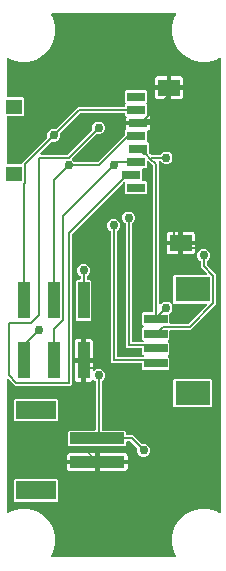
<source format=gbr>
G04 EAGLE Gerber RS-274X export*
G75*
%MOMM*%
%FSLAX34Y34*%
%LPD*%
%INBottom Copper*%
%IPPOS*%
%AMOC8*
5,1,8,0,0,1.08239X$1,22.5*%
G01*
%ADD10R,4.600000X1.000000*%
%ADD11R,3.400000X1.600000*%
%ADD12R,1.500000X0.800000*%
%ADD13R,1.900000X1.400000*%
%ADD14R,1.400000X1.300000*%
%ADD15R,1.000000X3.170000*%
%ADD16R,2.000000X0.800000*%
%ADD17R,3.000000X2.100000*%
%ADD18C,0.203200*%
%ADD19C,0.756400*%

G36*
X-87658Y-293872D02*
X-87658Y-293872D01*
X-87619Y-293874D01*
X-87518Y-293852D01*
X-87415Y-293837D01*
X-87380Y-293821D01*
X-87341Y-293813D01*
X-87250Y-293764D01*
X-87156Y-293721D01*
X-87126Y-293696D01*
X-87092Y-293677D01*
X-87018Y-293605D01*
X-86939Y-293538D01*
X-86917Y-293505D01*
X-86889Y-293478D01*
X-86839Y-293387D01*
X-86781Y-293301D01*
X-86769Y-293264D01*
X-86750Y-293230D01*
X-86727Y-293129D01*
X-86695Y-293030D01*
X-86694Y-292991D01*
X-86686Y-292953D01*
X-86691Y-292849D01*
X-86688Y-292746D01*
X-86698Y-292708D01*
X-86700Y-292669D01*
X-86727Y-292596D01*
X-86760Y-292471D01*
X-86798Y-292407D01*
X-86817Y-292354D01*
X-88353Y-289695D01*
X-90171Y-282911D01*
X-90171Y-275889D01*
X-88353Y-269105D01*
X-84842Y-263024D01*
X-79876Y-258058D01*
X-73795Y-254547D01*
X-67011Y-252729D01*
X-59989Y-252729D01*
X-53205Y-254547D01*
X-50546Y-256083D01*
X-50509Y-256097D01*
X-50477Y-256119D01*
X-50378Y-256150D01*
X-50282Y-256189D01*
X-50243Y-256193D01*
X-50206Y-256205D01*
X-50102Y-256207D01*
X-49999Y-256218D01*
X-49961Y-256211D01*
X-49922Y-256212D01*
X-49821Y-256186D01*
X-49719Y-256167D01*
X-49684Y-256150D01*
X-49647Y-256140D01*
X-49558Y-256087D01*
X-49465Y-256041D01*
X-49436Y-256015D01*
X-49402Y-255995D01*
X-49331Y-255919D01*
X-49255Y-255849D01*
X-49234Y-255816D01*
X-49208Y-255787D01*
X-49161Y-255695D01*
X-49106Y-255607D01*
X-49096Y-255569D01*
X-49078Y-255534D01*
X-49065Y-255458D01*
X-49031Y-255333D01*
X-49032Y-255258D01*
X-49023Y-255203D01*
X-49023Y128203D01*
X-49028Y128242D01*
X-49026Y128281D01*
X-49048Y128382D01*
X-49063Y128485D01*
X-49079Y128520D01*
X-49087Y128559D01*
X-49136Y128650D01*
X-49179Y128744D01*
X-49204Y128774D01*
X-49223Y128808D01*
X-49295Y128882D01*
X-49362Y128961D01*
X-49395Y128983D01*
X-49422Y129011D01*
X-49513Y129061D01*
X-49599Y129119D01*
X-49636Y129131D01*
X-49670Y129150D01*
X-49771Y129173D01*
X-49870Y129205D01*
X-49909Y129206D01*
X-49947Y129214D01*
X-50051Y129209D01*
X-50154Y129212D01*
X-50192Y129202D01*
X-50231Y129200D01*
X-50304Y129173D01*
X-50429Y129140D01*
X-50493Y129102D01*
X-50546Y129083D01*
X-53205Y127547D01*
X-59989Y125729D01*
X-67011Y125729D01*
X-73795Y127547D01*
X-79876Y131058D01*
X-84842Y136024D01*
X-88353Y142105D01*
X-90171Y148889D01*
X-90171Y155911D01*
X-88353Y162695D01*
X-86817Y165354D01*
X-86803Y165391D01*
X-86781Y165423D01*
X-86750Y165522D01*
X-86711Y165618D01*
X-86707Y165657D01*
X-86695Y165694D01*
X-86693Y165798D01*
X-86682Y165901D01*
X-86689Y165939D01*
X-86688Y165978D01*
X-86714Y166079D01*
X-86733Y166181D01*
X-86750Y166216D01*
X-86760Y166253D01*
X-86813Y166342D01*
X-86859Y166435D01*
X-86885Y166464D01*
X-86905Y166498D01*
X-86981Y166569D01*
X-87051Y166645D01*
X-87084Y166666D01*
X-87113Y166692D01*
X-87205Y166739D01*
X-87293Y166794D01*
X-87331Y166804D01*
X-87366Y166822D01*
X-87442Y166835D01*
X-87567Y166869D01*
X-87642Y166868D01*
X-87697Y166877D01*
X-191703Y166877D01*
X-191742Y166872D01*
X-191781Y166874D01*
X-191882Y166852D01*
X-191985Y166837D01*
X-192020Y166821D01*
X-192059Y166813D01*
X-192150Y166764D01*
X-192244Y166721D01*
X-192274Y166696D01*
X-192308Y166677D01*
X-192382Y166605D01*
X-192461Y166538D01*
X-192483Y166505D01*
X-192511Y166478D01*
X-192561Y166387D01*
X-192619Y166301D01*
X-192631Y166264D01*
X-192650Y166230D01*
X-192673Y166129D01*
X-192705Y166030D01*
X-192706Y165991D01*
X-192714Y165953D01*
X-192709Y165849D01*
X-192712Y165746D01*
X-192702Y165708D01*
X-192700Y165669D01*
X-192673Y165596D01*
X-192640Y165471D01*
X-192602Y165407D01*
X-192583Y165354D01*
X-191047Y162695D01*
X-189229Y155911D01*
X-189229Y148889D01*
X-191047Y142105D01*
X-194558Y136024D01*
X-199524Y131058D01*
X-205605Y127547D01*
X-212389Y125729D01*
X-219411Y125729D01*
X-226195Y127547D01*
X-228854Y129083D01*
X-228891Y129097D01*
X-228923Y129119D01*
X-229022Y129150D01*
X-229118Y129189D01*
X-229157Y129193D01*
X-229194Y129205D01*
X-229298Y129207D01*
X-229401Y129218D01*
X-229439Y129211D01*
X-229478Y129212D01*
X-229579Y129186D01*
X-229681Y129167D01*
X-229716Y129150D01*
X-229753Y129140D01*
X-229842Y129087D01*
X-229935Y129041D01*
X-229964Y129015D01*
X-229998Y128995D01*
X-230069Y128919D01*
X-230145Y128849D01*
X-230166Y128816D01*
X-230192Y128787D01*
X-230239Y128695D01*
X-230294Y128607D01*
X-230304Y128569D01*
X-230322Y128534D01*
X-230335Y128458D01*
X-230369Y128333D01*
X-230368Y128258D01*
X-230377Y128203D01*
X-230377Y96890D01*
X-230369Y96832D01*
X-230371Y96774D01*
X-230349Y96692D01*
X-230337Y96608D01*
X-230314Y96555D01*
X-230299Y96499D01*
X-230256Y96426D01*
X-230221Y96349D01*
X-230183Y96304D01*
X-230154Y96254D01*
X-230092Y96196D01*
X-230038Y96132D01*
X-229989Y96100D01*
X-229946Y96060D01*
X-229871Y96021D01*
X-229801Y95974D01*
X-229745Y95957D01*
X-229693Y95930D01*
X-229625Y95919D01*
X-229530Y95889D01*
X-229430Y95886D01*
X-229362Y95875D01*
X-216768Y95875D01*
X-215875Y94982D01*
X-215875Y80718D01*
X-216768Y79825D01*
X-229362Y79825D01*
X-229420Y79817D01*
X-229478Y79819D01*
X-229560Y79797D01*
X-229644Y79785D01*
X-229697Y79762D01*
X-229753Y79747D01*
X-229826Y79704D01*
X-229903Y79669D01*
X-229948Y79631D01*
X-229998Y79602D01*
X-230056Y79540D01*
X-230120Y79486D01*
X-230152Y79437D01*
X-230192Y79394D01*
X-230231Y79319D01*
X-230278Y79249D01*
X-230295Y79193D01*
X-230322Y79141D01*
X-230333Y79073D01*
X-230363Y78978D01*
X-230366Y78878D01*
X-230377Y78810D01*
X-230377Y39890D01*
X-230369Y39832D01*
X-230371Y39774D01*
X-230349Y39692D01*
X-230337Y39608D01*
X-230314Y39555D01*
X-230299Y39499D01*
X-230256Y39426D01*
X-230221Y39349D01*
X-230183Y39304D01*
X-230154Y39254D01*
X-230092Y39196D01*
X-230038Y39132D01*
X-229989Y39100D01*
X-229946Y39060D01*
X-229871Y39021D01*
X-229801Y38974D01*
X-229745Y38957D01*
X-229693Y38930D01*
X-229625Y38919D01*
X-229530Y38889D01*
X-229430Y38886D01*
X-229362Y38875D01*
X-218416Y38875D01*
X-218358Y38883D01*
X-218300Y38881D01*
X-218218Y38903D01*
X-218134Y38915D01*
X-218081Y38938D01*
X-218025Y38953D01*
X-217952Y38996D01*
X-217875Y39031D01*
X-217830Y39069D01*
X-217780Y39098D01*
X-217722Y39160D01*
X-217658Y39214D01*
X-217626Y39263D01*
X-217586Y39306D01*
X-217547Y39381D01*
X-217500Y39451D01*
X-217483Y39507D01*
X-217456Y39559D01*
X-217445Y39627D01*
X-217415Y39722D01*
X-217412Y39822D01*
X-217401Y39890D01*
X-217401Y40192D01*
X-196094Y61499D01*
X-196093Y61501D01*
X-196091Y61502D01*
X-196003Y61620D01*
X-195923Y61727D01*
X-195922Y61728D01*
X-195921Y61730D01*
X-195871Y61863D01*
X-195822Y61992D01*
X-195821Y61994D01*
X-195821Y61996D01*
X-195810Y62136D01*
X-195798Y62276D01*
X-195798Y62277D01*
X-195798Y62279D01*
X-195802Y62296D01*
X-195807Y62319D01*
X-195807Y64556D01*
X-194999Y66506D01*
X-193506Y67999D01*
X-191556Y68807D01*
X-189347Y68807D01*
X-189331Y68803D01*
X-189329Y68803D01*
X-189327Y68802D01*
X-189188Y68807D01*
X-189047Y68811D01*
X-189045Y68811D01*
X-189043Y68811D01*
X-188911Y68854D01*
X-188776Y68897D01*
X-188774Y68898D01*
X-188773Y68899D01*
X-188760Y68908D01*
X-188540Y69055D01*
X-188520Y69079D01*
X-188499Y69094D01*
X-170102Y87491D01*
X-130940Y87491D01*
X-130882Y87499D01*
X-130824Y87497D01*
X-130742Y87519D01*
X-130658Y87531D01*
X-130605Y87554D01*
X-130549Y87569D01*
X-130476Y87612D01*
X-130399Y87647D01*
X-130354Y87685D01*
X-130304Y87714D01*
X-130246Y87776D01*
X-130182Y87830D01*
X-130150Y87879D01*
X-130110Y87922D01*
X-130071Y87997D01*
X-130024Y88067D01*
X-130007Y88123D01*
X-129980Y88175D01*
X-129969Y88243D01*
X-129939Y88338D01*
X-129936Y88438D01*
X-129925Y88506D01*
X-129925Y89582D01*
X-129774Y89732D01*
X-129739Y89779D01*
X-129697Y89819D01*
X-129654Y89892D01*
X-129603Y89959D01*
X-129582Y90014D01*
X-129553Y90064D01*
X-129532Y90146D01*
X-129502Y90225D01*
X-129497Y90283D01*
X-129483Y90340D01*
X-129486Y90424D01*
X-129478Y90508D01*
X-129490Y90566D01*
X-129492Y90624D01*
X-129518Y90704D01*
X-129534Y90787D01*
X-129561Y90839D01*
X-129579Y90895D01*
X-129619Y90951D01*
X-129665Y91039D01*
X-129734Y91112D01*
X-129774Y91168D01*
X-129925Y91318D01*
X-129925Y100582D01*
X-129032Y101475D01*
X-112768Y101475D01*
X-111875Y100582D01*
X-111875Y91318D01*
X-112026Y91168D01*
X-112061Y91121D01*
X-112103Y91081D01*
X-112146Y91008D01*
X-112197Y90941D01*
X-112217Y90886D01*
X-112247Y90836D01*
X-112268Y90754D01*
X-112298Y90675D01*
X-112303Y90617D01*
X-112317Y90560D01*
X-112315Y90476D01*
X-112321Y90392D01*
X-112310Y90334D01*
X-112308Y90276D01*
X-112282Y90196D01*
X-112266Y90113D01*
X-112239Y90061D01*
X-112221Y90005D01*
X-112181Y89949D01*
X-112135Y89861D01*
X-112066Y89788D01*
X-112026Y89732D01*
X-111875Y89582D01*
X-111875Y81487D01*
X-111866Y81419D01*
X-111866Y81351D01*
X-111846Y81279D01*
X-111835Y81205D01*
X-111808Y81143D01*
X-111789Y81077D01*
X-111750Y81014D01*
X-111719Y80946D01*
X-111675Y80894D01*
X-111639Y80836D01*
X-111584Y80786D01*
X-111536Y80729D01*
X-111479Y80691D01*
X-111428Y80645D01*
X-111371Y80619D01*
X-111299Y80571D01*
X-111190Y80537D01*
X-111123Y80506D01*
X-110419Y80318D01*
X-109840Y79983D01*
X-109367Y79510D01*
X-109032Y78931D01*
X-108859Y78284D01*
X-108859Y75949D01*
X-117916Y75949D01*
X-117974Y75941D01*
X-118032Y75943D01*
X-118114Y75921D01*
X-118197Y75909D01*
X-118251Y75886D01*
X-118307Y75871D01*
X-118380Y75828D01*
X-118457Y75793D01*
X-118501Y75755D01*
X-118552Y75726D01*
X-118609Y75664D01*
X-118674Y75610D01*
X-118706Y75561D01*
X-118746Y75518D01*
X-118785Y75443D01*
X-118831Y75373D01*
X-118849Y75317D01*
X-118876Y75265D01*
X-118887Y75197D01*
X-118900Y75155D01*
X-118909Y75216D01*
X-118933Y75269D01*
X-118947Y75325D01*
X-118991Y75398D01*
X-119025Y75475D01*
X-119063Y75520D01*
X-119093Y75570D01*
X-119154Y75628D01*
X-119209Y75692D01*
X-119257Y75724D01*
X-119300Y75764D01*
X-119375Y75803D01*
X-119445Y75850D01*
X-119501Y75867D01*
X-119553Y75894D01*
X-119621Y75905D01*
X-119716Y75935D01*
X-119816Y75938D01*
X-119884Y75949D01*
X-128941Y75949D01*
X-128941Y78284D01*
X-128871Y78546D01*
X-128861Y78624D01*
X-128842Y78699D01*
X-128844Y78764D01*
X-128836Y78829D01*
X-128849Y78905D01*
X-128851Y78983D01*
X-128871Y79045D01*
X-128881Y79109D01*
X-128915Y79180D01*
X-128938Y79254D01*
X-128971Y79299D01*
X-129003Y79366D01*
X-129088Y79464D01*
X-129133Y79527D01*
X-129925Y80318D01*
X-129925Y81394D01*
X-129933Y81452D01*
X-129931Y81510D01*
X-129953Y81592D01*
X-129965Y81676D01*
X-129988Y81729D01*
X-130003Y81785D01*
X-130046Y81858D01*
X-130081Y81935D01*
X-130119Y81980D01*
X-130148Y82030D01*
X-130210Y82088D01*
X-130264Y82152D01*
X-130313Y82184D01*
X-130356Y82224D01*
X-130431Y82263D01*
X-130501Y82310D01*
X-130557Y82327D01*
X-130609Y82354D01*
X-130677Y82365D01*
X-130772Y82395D01*
X-130872Y82398D01*
X-130940Y82409D01*
X-167577Y82409D01*
X-167664Y82397D01*
X-167751Y82394D01*
X-167804Y82377D01*
X-167859Y82369D01*
X-167938Y82334D01*
X-168022Y82307D01*
X-168061Y82279D01*
X-168118Y82253D01*
X-168231Y82157D01*
X-168295Y82112D01*
X-184906Y65501D01*
X-184907Y65499D01*
X-184909Y65498D01*
X-184997Y65380D01*
X-185077Y65273D01*
X-185078Y65272D01*
X-185079Y65270D01*
X-185129Y65137D01*
X-185178Y65008D01*
X-185179Y65006D01*
X-185179Y65004D01*
X-185191Y64861D01*
X-185202Y64724D01*
X-185202Y64723D01*
X-185202Y64721D01*
X-185198Y64704D01*
X-185193Y64681D01*
X-185193Y62444D01*
X-186001Y60494D01*
X-187494Y59001D01*
X-189444Y58193D01*
X-191653Y58193D01*
X-191669Y58197D01*
X-191671Y58197D01*
X-191673Y58198D01*
X-191812Y58193D01*
X-191953Y58189D01*
X-191955Y58189D01*
X-191957Y58189D01*
X-192089Y58146D01*
X-192224Y58103D01*
X-192226Y58102D01*
X-192227Y58101D01*
X-192241Y58092D01*
X-192460Y57945D01*
X-192480Y57921D01*
X-192501Y57906D01*
X-201683Y48724D01*
X-201701Y48700D01*
X-201723Y48681D01*
X-201786Y48587D01*
X-201854Y48497D01*
X-201864Y48469D01*
X-201881Y48445D01*
X-201915Y48337D01*
X-201955Y48231D01*
X-201958Y48202D01*
X-201966Y48174D01*
X-201969Y48060D01*
X-201979Y47948D01*
X-201973Y47919D01*
X-201974Y47890D01*
X-201945Y47780D01*
X-201923Y47669D01*
X-201909Y47643D01*
X-201902Y47615D01*
X-201844Y47517D01*
X-201792Y47417D01*
X-201772Y47395D01*
X-201757Y47370D01*
X-201674Y47293D01*
X-201596Y47211D01*
X-201571Y47196D01*
X-201549Y47176D01*
X-201448Y47124D01*
X-201351Y47067D01*
X-201322Y47060D01*
X-201296Y47046D01*
X-201219Y47033D01*
X-201075Y46997D01*
X-201013Y46999D01*
X-200965Y46991D01*
X-179273Y46991D01*
X-179186Y47003D01*
X-179099Y47006D01*
X-179046Y47023D01*
X-178991Y47031D01*
X-178912Y47066D01*
X-178828Y47093D01*
X-178789Y47121D01*
X-178732Y47147D01*
X-178619Y47243D01*
X-178555Y47288D01*
X-157994Y67849D01*
X-157993Y67851D01*
X-157991Y67852D01*
X-157975Y67874D01*
X-157954Y67892D01*
X-157892Y67985D01*
X-157823Y68077D01*
X-157822Y68078D01*
X-157821Y68080D01*
X-157811Y68106D01*
X-157796Y68128D01*
X-157763Y68233D01*
X-157722Y68342D01*
X-157721Y68344D01*
X-157721Y68346D01*
X-157719Y68374D01*
X-157711Y68399D01*
X-157708Y68507D01*
X-157698Y68626D01*
X-157698Y68627D01*
X-157698Y68629D01*
X-157702Y68646D01*
X-157704Y68656D01*
X-157703Y68683D01*
X-157707Y68696D01*
X-157707Y70906D01*
X-156899Y72856D01*
X-155406Y74349D01*
X-153456Y75157D01*
X-151344Y75157D01*
X-149394Y74349D01*
X-147901Y72856D01*
X-147093Y70906D01*
X-147093Y68794D01*
X-147901Y66844D01*
X-149394Y65351D01*
X-151344Y64543D01*
X-153553Y64543D01*
X-153569Y64547D01*
X-153571Y64547D01*
X-153573Y64548D01*
X-153712Y64543D01*
X-153853Y64539D01*
X-153855Y64539D01*
X-153857Y64539D01*
X-153989Y64496D01*
X-154124Y64453D01*
X-154126Y64452D01*
X-154127Y64451D01*
X-154141Y64442D01*
X-154360Y64295D01*
X-154380Y64271D01*
X-154401Y64256D01*
X-174708Y43949D01*
X-174743Y43902D01*
X-174786Y43862D01*
X-174828Y43789D01*
X-174879Y43722D01*
X-174900Y43667D01*
X-174929Y43616D01*
X-174950Y43535D01*
X-174980Y43456D01*
X-174985Y43398D01*
X-174999Y43341D01*
X-174997Y43257D01*
X-175004Y43173D01*
X-174992Y43115D01*
X-174990Y43057D01*
X-174965Y42977D01*
X-174948Y42894D01*
X-174921Y42842D01*
X-174903Y42786D01*
X-174863Y42730D01*
X-174817Y42642D01*
X-174748Y42569D01*
X-174748Y42568D01*
X-174737Y42550D01*
X-174730Y42544D01*
X-174708Y42513D01*
X-173232Y41037D01*
X-173224Y41023D01*
X-173222Y41022D01*
X-173222Y41020D01*
X-173117Y40922D01*
X-173017Y40827D01*
X-173015Y40827D01*
X-173014Y40826D01*
X-172889Y40761D01*
X-172764Y40697D01*
X-172763Y40697D01*
X-172761Y40696D01*
X-172746Y40694D01*
X-172485Y40642D01*
X-172455Y40645D01*
X-172430Y40641D01*
X-153873Y40641D01*
X-153786Y40653D01*
X-153699Y40656D01*
X-153646Y40673D01*
X-153591Y40681D01*
X-153512Y40716D01*
X-153428Y40743D01*
X-153389Y40771D01*
X-153332Y40797D01*
X-153219Y40893D01*
X-153155Y40938D01*
X-130222Y63871D01*
X-130170Y63941D01*
X-130110Y64005D01*
X-130084Y64054D01*
X-130051Y64098D01*
X-130020Y64180D01*
X-129980Y64258D01*
X-129972Y64305D01*
X-129950Y64364D01*
X-129938Y64512D01*
X-129925Y64589D01*
X-129925Y67582D01*
X-129133Y68373D01*
X-129087Y68435D01*
X-129032Y68491D01*
X-129001Y68548D01*
X-128962Y68600D01*
X-128935Y68673D01*
X-128898Y68742D01*
X-128884Y68805D01*
X-128861Y68866D01*
X-128855Y68943D01*
X-128838Y69020D01*
X-128844Y69075D01*
X-128838Y69149D01*
X-128863Y69276D01*
X-128871Y69354D01*
X-128941Y69616D01*
X-128941Y71951D01*
X-119884Y71951D01*
X-119826Y71959D01*
X-119768Y71957D01*
X-119686Y71979D01*
X-119603Y71991D01*
X-119549Y72014D01*
X-119493Y72029D01*
X-119420Y72072D01*
X-119343Y72107D01*
X-119299Y72145D01*
X-119248Y72174D01*
X-119191Y72236D01*
X-119126Y72290D01*
X-119094Y72339D01*
X-119054Y72382D01*
X-119015Y72457D01*
X-118969Y72527D01*
X-118951Y72583D01*
X-118924Y72635D01*
X-118913Y72703D01*
X-118900Y72745D01*
X-118891Y72684D01*
X-118867Y72631D01*
X-118853Y72575D01*
X-118809Y72502D01*
X-118775Y72425D01*
X-118737Y72380D01*
X-118707Y72330D01*
X-118646Y72272D01*
X-118591Y72208D01*
X-118543Y72176D01*
X-118500Y72136D01*
X-118425Y72097D01*
X-118355Y72050D01*
X-118299Y72033D01*
X-118247Y72006D01*
X-118179Y71995D01*
X-118084Y71965D01*
X-117984Y71962D01*
X-117916Y71951D01*
X-108859Y71951D01*
X-108859Y69616D01*
X-109032Y68969D01*
X-109367Y68390D01*
X-109840Y67917D01*
X-110419Y67582D01*
X-111123Y67394D01*
X-111186Y67367D01*
X-111251Y67350D01*
X-111316Y67312D01*
X-111384Y67283D01*
X-111437Y67240D01*
X-111496Y67205D01*
X-111547Y67150D01*
X-111605Y67103D01*
X-111644Y67047D01*
X-111690Y66997D01*
X-111724Y66931D01*
X-111767Y66870D01*
X-111789Y66805D01*
X-111820Y66744D01*
X-111830Y66682D01*
X-111858Y66600D01*
X-111863Y66487D01*
X-111875Y66413D01*
X-111875Y58490D01*
X-111867Y58432D01*
X-111869Y58374D01*
X-111847Y58292D01*
X-111835Y58208D01*
X-111812Y58155D01*
X-111797Y58099D01*
X-111754Y58026D01*
X-111719Y57949D01*
X-111681Y57904D01*
X-111652Y57854D01*
X-111590Y57796D01*
X-111536Y57732D01*
X-111487Y57700D01*
X-111444Y57660D01*
X-111369Y57621D01*
X-111299Y57574D01*
X-111243Y57557D01*
X-111191Y57530D01*
X-111123Y57519D01*
X-111028Y57489D01*
X-110928Y57486D01*
X-110860Y57475D01*
X-110768Y57475D01*
X-109875Y56582D01*
X-109875Y49031D01*
X-109863Y48944D01*
X-109860Y48857D01*
X-109843Y48804D01*
X-109835Y48750D01*
X-109800Y48670D01*
X-109773Y48587D01*
X-109745Y48547D01*
X-109719Y48490D01*
X-109623Y48377D01*
X-109578Y48313D01*
X-108553Y47288D01*
X-108483Y47236D01*
X-108419Y47176D01*
X-108370Y47150D01*
X-108326Y47117D01*
X-108244Y47086D01*
X-108166Y47046D01*
X-108118Y47038D01*
X-108060Y47016D01*
X-107912Y47004D01*
X-107835Y46991D01*
X-100620Y46991D01*
X-100618Y46991D01*
X-100617Y46991D01*
X-100476Y47011D01*
X-100338Y47031D01*
X-100337Y47031D01*
X-100335Y47031D01*
X-100206Y47090D01*
X-100079Y47147D01*
X-100078Y47148D01*
X-100076Y47149D01*
X-99970Y47239D01*
X-99862Y47330D01*
X-99861Y47332D01*
X-99860Y47333D01*
X-99852Y47345D01*
X-99837Y47368D01*
X-98256Y48949D01*
X-96306Y49757D01*
X-94194Y49757D01*
X-92244Y48949D01*
X-90751Y47456D01*
X-89943Y45506D01*
X-89943Y43394D01*
X-90751Y41444D01*
X-92244Y39951D01*
X-94194Y39143D01*
X-96306Y39143D01*
X-98256Y39951D01*
X-99818Y41513D01*
X-99826Y41527D01*
X-99828Y41528D01*
X-99828Y41530D01*
X-99933Y41628D01*
X-100033Y41723D01*
X-100035Y41723D01*
X-100036Y41724D01*
X-100161Y41789D01*
X-100286Y41853D01*
X-100287Y41853D01*
X-100289Y41854D01*
X-100304Y41856D01*
X-100565Y41908D01*
X-100595Y41905D01*
X-100620Y41909D01*
X-100723Y41909D01*
X-100752Y41905D01*
X-100781Y41908D01*
X-100892Y41885D01*
X-101004Y41869D01*
X-101031Y41857D01*
X-101060Y41852D01*
X-101160Y41800D01*
X-101264Y41753D01*
X-101286Y41734D01*
X-101312Y41721D01*
X-101394Y41643D01*
X-101481Y41570D01*
X-101497Y41545D01*
X-101518Y41525D01*
X-101576Y41427D01*
X-101638Y41333D01*
X-101647Y41305D01*
X-101662Y41280D01*
X-101690Y41170D01*
X-101724Y41062D01*
X-101725Y41033D01*
X-101732Y41004D01*
X-101729Y40891D01*
X-101732Y40778D01*
X-101724Y40749D01*
X-101723Y40720D01*
X-101688Y40612D01*
X-101660Y40503D01*
X-101645Y40477D01*
X-101636Y40449D01*
X-101590Y40386D01*
X-101514Y40258D01*
X-101469Y40215D01*
X-101453Y40194D01*
X-101453Y-78797D01*
X-101449Y-78827D01*
X-101452Y-78856D01*
X-101429Y-78967D01*
X-101413Y-79079D01*
X-101401Y-79106D01*
X-101396Y-79134D01*
X-101343Y-79235D01*
X-101297Y-79338D01*
X-101278Y-79361D01*
X-101265Y-79387D01*
X-101187Y-79469D01*
X-101114Y-79555D01*
X-101089Y-79572D01*
X-101069Y-79593D01*
X-100971Y-79650D01*
X-100877Y-79713D01*
X-100849Y-79722D01*
X-100824Y-79737D01*
X-100714Y-79764D01*
X-100606Y-79799D01*
X-100576Y-79799D01*
X-100548Y-79807D01*
X-100435Y-79803D01*
X-100322Y-79806D01*
X-100293Y-79799D01*
X-100264Y-79798D01*
X-100156Y-79763D01*
X-100047Y-79734D01*
X-100021Y-79719D01*
X-99993Y-79710D01*
X-99929Y-79665D01*
X-99802Y-79589D01*
X-99759Y-79543D01*
X-99720Y-79515D01*
X-98256Y-78051D01*
X-96306Y-77243D01*
X-94194Y-77243D01*
X-92244Y-78051D01*
X-90751Y-79544D01*
X-89943Y-81494D01*
X-89943Y-83606D01*
X-90751Y-85556D01*
X-92172Y-86977D01*
X-92224Y-87047D01*
X-92284Y-87110D01*
X-92310Y-87160D01*
X-92343Y-87204D01*
X-92374Y-87286D01*
X-92414Y-87364D01*
X-92422Y-87411D01*
X-92444Y-87470D01*
X-92456Y-87617D01*
X-92469Y-87695D01*
X-92469Y-94978D01*
X-92461Y-95036D01*
X-92463Y-95094D01*
X-92441Y-95176D01*
X-92429Y-95260D01*
X-92406Y-95313D01*
X-92391Y-95369D01*
X-92348Y-95442D01*
X-92313Y-95519D01*
X-92275Y-95564D01*
X-92246Y-95614D01*
X-92184Y-95672D01*
X-92130Y-95736D01*
X-92081Y-95768D01*
X-92038Y-95808D01*
X-91963Y-95847D01*
X-91893Y-95894D01*
X-91837Y-95911D01*
X-91785Y-95938D01*
X-91717Y-95949D01*
X-91622Y-95979D01*
X-91522Y-95982D01*
X-91454Y-95993D01*
X-76665Y-95993D01*
X-76578Y-95981D01*
X-76491Y-95978D01*
X-76438Y-95961D01*
X-76383Y-95953D01*
X-76304Y-95918D01*
X-76220Y-95891D01*
X-76181Y-95863D01*
X-76124Y-95837D01*
X-76011Y-95741D01*
X-75947Y-95696D01*
X-61003Y-80752D01*
X-60985Y-80728D01*
X-60963Y-80709D01*
X-60900Y-80615D01*
X-60832Y-80525D01*
X-60822Y-80497D01*
X-60805Y-80473D01*
X-60771Y-80365D01*
X-60731Y-80259D01*
X-60728Y-80230D01*
X-60719Y-80202D01*
X-60717Y-80088D01*
X-60707Y-79976D01*
X-60713Y-79947D01*
X-60712Y-79918D01*
X-60741Y-79808D01*
X-60763Y-79697D01*
X-60777Y-79671D01*
X-60784Y-79643D01*
X-60842Y-79545D01*
X-60894Y-79445D01*
X-60914Y-79423D01*
X-60929Y-79398D01*
X-61012Y-79321D01*
X-61090Y-79239D01*
X-61115Y-79224D01*
X-61137Y-79204D01*
X-61237Y-79152D01*
X-61335Y-79095D01*
X-61364Y-79088D01*
X-61390Y-79074D01*
X-61467Y-79061D01*
X-61611Y-79025D01*
X-61673Y-79027D01*
X-61721Y-79019D01*
X-88376Y-79019D01*
X-89269Y-78126D01*
X-89269Y-55862D01*
X-88376Y-54969D01*
X-61721Y-54969D01*
X-61692Y-54965D01*
X-61662Y-54968D01*
X-61551Y-54945D01*
X-61439Y-54929D01*
X-61413Y-54917D01*
X-61384Y-54912D01*
X-61283Y-54860D01*
X-61180Y-54813D01*
X-61157Y-54794D01*
X-61131Y-54781D01*
X-61049Y-54703D01*
X-60963Y-54630D01*
X-60947Y-54605D01*
X-60925Y-54585D01*
X-60868Y-54487D01*
X-60805Y-54393D01*
X-60796Y-54365D01*
X-60782Y-54340D01*
X-60754Y-54230D01*
X-60719Y-54122D01*
X-60719Y-54092D01*
X-60712Y-54064D01*
X-60715Y-53951D01*
X-60712Y-53838D01*
X-60720Y-53809D01*
X-60721Y-53780D01*
X-60755Y-53672D01*
X-60784Y-53563D01*
X-60799Y-53537D01*
X-60808Y-53509D01*
X-60854Y-53446D01*
X-60929Y-53318D01*
X-60975Y-53275D01*
X-61003Y-53236D01*
X-66041Y-48198D01*
X-66041Y-43470D01*
X-66041Y-43468D01*
X-66041Y-43467D01*
X-66061Y-43326D01*
X-66081Y-43188D01*
X-66081Y-43187D01*
X-66081Y-43185D01*
X-66140Y-43056D01*
X-66197Y-42929D01*
X-66198Y-42928D01*
X-66199Y-42926D01*
X-66289Y-42820D01*
X-66380Y-42712D01*
X-66382Y-42711D01*
X-66383Y-42710D01*
X-66395Y-42702D01*
X-66418Y-42687D01*
X-67999Y-41106D01*
X-68807Y-39156D01*
X-68807Y-37044D01*
X-67999Y-35094D01*
X-66506Y-33601D01*
X-64556Y-32793D01*
X-62444Y-32793D01*
X-60494Y-33601D01*
X-59001Y-35094D01*
X-58193Y-37044D01*
X-58193Y-39156D01*
X-59001Y-41106D01*
X-60563Y-42668D01*
X-60577Y-42676D01*
X-60578Y-42678D01*
X-60580Y-42678D01*
X-60678Y-42783D01*
X-60773Y-42883D01*
X-60773Y-42885D01*
X-60774Y-42886D01*
X-60839Y-43011D01*
X-60903Y-43136D01*
X-60903Y-43137D01*
X-60904Y-43139D01*
X-60906Y-43154D01*
X-60958Y-43415D01*
X-60955Y-43445D01*
X-60959Y-43470D01*
X-60959Y-45673D01*
X-60947Y-45760D01*
X-60944Y-45847D01*
X-60927Y-45900D01*
X-60919Y-45954D01*
X-60884Y-46034D01*
X-60857Y-46117D01*
X-60829Y-46157D01*
X-60803Y-46214D01*
X-60707Y-46327D01*
X-60662Y-46391D01*
X-52663Y-54389D01*
X-52663Y-79599D01*
X-74139Y-101075D01*
X-91454Y-101075D01*
X-91512Y-101083D01*
X-91570Y-101081D01*
X-91652Y-101103D01*
X-91736Y-101115D01*
X-91789Y-101138D01*
X-91845Y-101153D01*
X-91918Y-101196D01*
X-91995Y-101231D01*
X-92040Y-101269D01*
X-92090Y-101298D01*
X-92148Y-101360D01*
X-92212Y-101414D01*
X-92244Y-101463D01*
X-92284Y-101506D01*
X-92323Y-101581D01*
X-92370Y-101651D01*
X-92387Y-101707D01*
X-92414Y-101759D01*
X-92425Y-101827D01*
X-92455Y-101922D01*
X-92458Y-102022D01*
X-92469Y-102090D01*
X-92469Y-109126D01*
X-93370Y-110026D01*
X-93405Y-110073D01*
X-93447Y-110113D01*
X-93490Y-110186D01*
X-93541Y-110253D01*
X-93562Y-110308D01*
X-93591Y-110358D01*
X-93612Y-110440D01*
X-93642Y-110519D01*
X-93647Y-110577D01*
X-93661Y-110634D01*
X-93658Y-110718D01*
X-93665Y-110802D01*
X-93654Y-110860D01*
X-93652Y-110918D01*
X-93626Y-110998D01*
X-93610Y-111081D01*
X-93583Y-111133D01*
X-93565Y-111189D01*
X-93525Y-111245D01*
X-93479Y-111333D01*
X-93410Y-111406D01*
X-93370Y-111462D01*
X-92469Y-112362D01*
X-92469Y-121626D01*
X-93370Y-122526D01*
X-93405Y-122573D01*
X-93447Y-122613D01*
X-93490Y-122686D01*
X-93541Y-122753D01*
X-93562Y-122808D01*
X-93591Y-122858D01*
X-93612Y-122940D01*
X-93642Y-123019D01*
X-93647Y-123077D01*
X-93661Y-123134D01*
X-93658Y-123218D01*
X-93665Y-123302D01*
X-93654Y-123360D01*
X-93652Y-123418D01*
X-93626Y-123498D01*
X-93610Y-123581D01*
X-93583Y-123633D01*
X-93565Y-123689D01*
X-93525Y-123745D01*
X-93479Y-123833D01*
X-93410Y-123906D01*
X-93370Y-123962D01*
X-92469Y-124862D01*
X-92469Y-134126D01*
X-93362Y-135019D01*
X-114626Y-135019D01*
X-115519Y-134126D01*
X-115519Y-130556D01*
X-115527Y-130498D01*
X-115525Y-130440D01*
X-115547Y-130358D01*
X-115559Y-130274D01*
X-115582Y-130221D01*
X-115597Y-130165D01*
X-115640Y-130092D01*
X-115675Y-130015D01*
X-115713Y-129970D01*
X-115742Y-129920D01*
X-115804Y-129862D01*
X-115858Y-129798D01*
X-115907Y-129766D01*
X-115950Y-129726D01*
X-116025Y-129687D01*
X-116095Y-129640D01*
X-116151Y-129623D01*
X-116203Y-129596D01*
X-116271Y-129585D01*
X-116366Y-129555D01*
X-116466Y-129552D01*
X-116534Y-129541D01*
X-140752Y-129541D01*
X-142241Y-128052D01*
X-142241Y-18070D01*
X-142241Y-18068D01*
X-142241Y-18067D01*
X-142261Y-17926D01*
X-142281Y-17788D01*
X-142281Y-17787D01*
X-142281Y-17785D01*
X-142340Y-17656D01*
X-142397Y-17529D01*
X-142398Y-17528D01*
X-142399Y-17526D01*
X-142489Y-17420D01*
X-142580Y-17312D01*
X-142582Y-17311D01*
X-142583Y-17310D01*
X-142595Y-17302D01*
X-142618Y-17287D01*
X-144199Y-15706D01*
X-145007Y-13756D01*
X-145007Y-11644D01*
X-144199Y-9694D01*
X-142706Y-8201D01*
X-140756Y-7393D01*
X-138644Y-7393D01*
X-136694Y-8201D01*
X-135201Y-9694D01*
X-134393Y-11644D01*
X-134393Y-13756D01*
X-135201Y-15706D01*
X-136763Y-17268D01*
X-136777Y-17276D01*
X-136778Y-17278D01*
X-136780Y-17278D01*
X-136878Y-17383D01*
X-136973Y-17483D01*
X-136973Y-17485D01*
X-136974Y-17486D01*
X-137039Y-17613D01*
X-137103Y-17736D01*
X-137103Y-17737D01*
X-137104Y-17739D01*
X-137106Y-17754D01*
X-137158Y-18015D01*
X-137155Y-18045D01*
X-137159Y-18070D01*
X-137159Y-123444D01*
X-137151Y-123502D01*
X-137153Y-123560D01*
X-137131Y-123642D01*
X-137119Y-123726D01*
X-137096Y-123779D01*
X-137081Y-123835D01*
X-137038Y-123908D01*
X-137003Y-123985D01*
X-136965Y-124030D01*
X-136936Y-124080D01*
X-136874Y-124138D01*
X-136820Y-124202D01*
X-136771Y-124234D01*
X-136728Y-124274D01*
X-136653Y-124313D01*
X-136583Y-124360D01*
X-136527Y-124377D01*
X-136475Y-124404D01*
X-136407Y-124415D01*
X-136312Y-124445D01*
X-136212Y-124448D01*
X-136144Y-124459D01*
X-115536Y-124459D01*
X-115449Y-124447D01*
X-115362Y-124444D01*
X-115309Y-124427D01*
X-115255Y-124419D01*
X-115175Y-124384D01*
X-115092Y-124357D01*
X-115052Y-124329D01*
X-114995Y-124303D01*
X-114882Y-124207D01*
X-114818Y-124162D01*
X-114618Y-123962D01*
X-114583Y-123915D01*
X-114541Y-123875D01*
X-114498Y-123802D01*
X-114447Y-123735D01*
X-114426Y-123680D01*
X-114397Y-123630D01*
X-114376Y-123548D01*
X-114346Y-123469D01*
X-114341Y-123411D01*
X-114327Y-123354D01*
X-114330Y-123270D01*
X-114323Y-123186D01*
X-114334Y-123128D01*
X-114336Y-123070D01*
X-114362Y-122990D01*
X-114378Y-122907D01*
X-114405Y-122855D01*
X-114423Y-122799D01*
X-114463Y-122743D01*
X-114509Y-122655D01*
X-114578Y-122582D01*
X-114618Y-122526D01*
X-115519Y-121626D01*
X-115519Y-117856D01*
X-115527Y-117798D01*
X-115525Y-117740D01*
X-115547Y-117658D01*
X-115559Y-117574D01*
X-115582Y-117521D01*
X-115597Y-117465D01*
X-115640Y-117392D01*
X-115675Y-117315D01*
X-115713Y-117270D01*
X-115742Y-117220D01*
X-115804Y-117162D01*
X-115858Y-117098D01*
X-115907Y-117066D01*
X-115950Y-117026D01*
X-116025Y-116987D01*
X-116095Y-116940D01*
X-116151Y-116923D01*
X-116203Y-116896D01*
X-116271Y-116885D01*
X-116366Y-116855D01*
X-116466Y-116852D01*
X-116534Y-116841D01*
X-128052Y-116841D01*
X-129541Y-115352D01*
X-129541Y-11720D01*
X-129541Y-11718D01*
X-129541Y-11717D01*
X-129561Y-11576D01*
X-129581Y-11438D01*
X-129581Y-11437D01*
X-129581Y-11435D01*
X-129640Y-11306D01*
X-129697Y-11179D01*
X-129698Y-11178D01*
X-129699Y-11176D01*
X-129789Y-11070D01*
X-129880Y-10962D01*
X-129882Y-10961D01*
X-129883Y-10960D01*
X-129895Y-10952D01*
X-129918Y-10937D01*
X-131499Y-9356D01*
X-132307Y-7406D01*
X-132307Y-5294D01*
X-131499Y-3344D01*
X-130006Y-1851D01*
X-128056Y-1043D01*
X-125944Y-1043D01*
X-123994Y-1851D01*
X-122501Y-3344D01*
X-121693Y-5294D01*
X-121693Y-7406D01*
X-122501Y-9356D01*
X-124063Y-10918D01*
X-124077Y-10926D01*
X-124078Y-10928D01*
X-124080Y-10928D01*
X-124178Y-11033D01*
X-124273Y-11133D01*
X-124273Y-11135D01*
X-124274Y-11136D01*
X-124339Y-11261D01*
X-124403Y-11386D01*
X-124403Y-11387D01*
X-124404Y-11389D01*
X-124406Y-11404D01*
X-124458Y-11665D01*
X-124455Y-11695D01*
X-124459Y-11720D01*
X-124459Y-110744D01*
X-124451Y-110802D01*
X-124453Y-110860D01*
X-124431Y-110942D01*
X-124419Y-111026D01*
X-124396Y-111079D01*
X-124381Y-111135D01*
X-124338Y-111208D01*
X-124303Y-111285D01*
X-124265Y-111330D01*
X-124236Y-111380D01*
X-124174Y-111438D01*
X-124120Y-111502D01*
X-124071Y-111534D01*
X-124028Y-111574D01*
X-123953Y-111613D01*
X-123883Y-111660D01*
X-123827Y-111677D01*
X-123775Y-111704D01*
X-123707Y-111715D01*
X-123612Y-111745D01*
X-123512Y-111748D01*
X-123444Y-111759D01*
X-115336Y-111759D01*
X-115307Y-111755D01*
X-115278Y-111758D01*
X-115249Y-111752D01*
X-115220Y-111753D01*
X-115138Y-111731D01*
X-115055Y-111719D01*
X-115028Y-111707D01*
X-114999Y-111702D01*
X-114973Y-111688D01*
X-114945Y-111681D01*
X-114872Y-111638D01*
X-114795Y-111603D01*
X-114773Y-111584D01*
X-114747Y-111571D01*
X-114726Y-111551D01*
X-114700Y-111536D01*
X-114643Y-111474D01*
X-114578Y-111420D01*
X-114562Y-111395D01*
X-114541Y-111375D01*
X-114526Y-111350D01*
X-114506Y-111328D01*
X-114467Y-111253D01*
X-114421Y-111183D01*
X-114412Y-111155D01*
X-114397Y-111130D01*
X-114390Y-111101D01*
X-114376Y-111075D01*
X-114365Y-111007D01*
X-114335Y-110912D01*
X-114334Y-110882D01*
X-114327Y-110854D01*
X-114329Y-110792D01*
X-114321Y-110744D01*
X-114329Y-110686D01*
X-114328Y-110628D01*
X-114335Y-110599D01*
X-114336Y-110570D01*
X-114353Y-110517D01*
X-114361Y-110462D01*
X-114385Y-110409D01*
X-114399Y-110353D01*
X-114414Y-110328D01*
X-114423Y-110299D01*
X-114451Y-110260D01*
X-114477Y-110203D01*
X-114515Y-110158D01*
X-114545Y-110108D01*
X-114590Y-110065D01*
X-114618Y-110026D01*
X-115519Y-109126D01*
X-115519Y-99862D01*
X-114618Y-98962D01*
X-114583Y-98915D01*
X-114541Y-98875D01*
X-114498Y-98802D01*
X-114447Y-98735D01*
X-114426Y-98680D01*
X-114397Y-98630D01*
X-114376Y-98548D01*
X-114346Y-98469D01*
X-114341Y-98411D01*
X-114327Y-98354D01*
X-114330Y-98270D01*
X-114323Y-98186D01*
X-114334Y-98128D01*
X-114336Y-98070D01*
X-114362Y-97990D01*
X-114378Y-97907D01*
X-114405Y-97855D01*
X-114423Y-97799D01*
X-114463Y-97743D01*
X-114509Y-97655D01*
X-114578Y-97582D01*
X-114618Y-97526D01*
X-115519Y-96626D01*
X-115519Y-87362D01*
X-114626Y-86469D01*
X-107550Y-86469D01*
X-107492Y-86461D01*
X-107434Y-86463D01*
X-107352Y-86441D01*
X-107268Y-86429D01*
X-107215Y-86406D01*
X-107159Y-86391D01*
X-107086Y-86348D01*
X-107009Y-86313D01*
X-106964Y-86275D01*
X-106914Y-86246D01*
X-106856Y-86184D01*
X-106792Y-86130D01*
X-106760Y-86081D01*
X-106720Y-86038D01*
X-106681Y-85963D01*
X-106634Y-85893D01*
X-106617Y-85837D01*
X-106590Y-85785D01*
X-106579Y-85717D01*
X-106549Y-85622D01*
X-106546Y-85522D01*
X-106535Y-85454D01*
X-106535Y37663D01*
X-106547Y37750D01*
X-106550Y37837D01*
X-106567Y37890D01*
X-106575Y37945D01*
X-106610Y38024D01*
X-106637Y38108D01*
X-106665Y38147D01*
X-106691Y38204D01*
X-106787Y38317D01*
X-106832Y38381D01*
X-110142Y41691D01*
X-110166Y41709D01*
X-110185Y41731D01*
X-110279Y41794D01*
X-110369Y41862D01*
X-110397Y41872D01*
X-110421Y41889D01*
X-110529Y41923D01*
X-110635Y41963D01*
X-110664Y41966D01*
X-110692Y41975D01*
X-110806Y41977D01*
X-110918Y41987D01*
X-110947Y41981D01*
X-110976Y41982D01*
X-111086Y41953D01*
X-111197Y41931D01*
X-111223Y41917D01*
X-111251Y41910D01*
X-111349Y41852D01*
X-111449Y41800D01*
X-111471Y41780D01*
X-111496Y41765D01*
X-111573Y41682D01*
X-111655Y41604D01*
X-111670Y41579D01*
X-111690Y41557D01*
X-111742Y41457D01*
X-111799Y41359D01*
X-111806Y41330D01*
X-111820Y41304D01*
X-111833Y41227D01*
X-111869Y41083D01*
X-111867Y41021D01*
X-111875Y40973D01*
X-111875Y36318D01*
X-112768Y35425D01*
X-114860Y35425D01*
X-114918Y35417D01*
X-114976Y35419D01*
X-115058Y35397D01*
X-115142Y35385D01*
X-115195Y35362D01*
X-115251Y35347D01*
X-115324Y35304D01*
X-115401Y35269D01*
X-115446Y35231D01*
X-115496Y35202D01*
X-115554Y35140D01*
X-115618Y35086D01*
X-115650Y35037D01*
X-115690Y34994D01*
X-115729Y34919D01*
X-115776Y34849D01*
X-115793Y34793D01*
X-115820Y34741D01*
X-115831Y34673D01*
X-115861Y34578D01*
X-115864Y34478D01*
X-115875Y34410D01*
X-115875Y25490D01*
X-115867Y25432D01*
X-115869Y25374D01*
X-115847Y25292D01*
X-115835Y25208D01*
X-115812Y25155D01*
X-115797Y25099D01*
X-115754Y25026D01*
X-115719Y24949D01*
X-115681Y24904D01*
X-115652Y24854D01*
X-115590Y24796D01*
X-115536Y24732D01*
X-115487Y24700D01*
X-115444Y24660D01*
X-115369Y24621D01*
X-115299Y24574D01*
X-115243Y24557D01*
X-115191Y24530D01*
X-115123Y24519D01*
X-115028Y24489D01*
X-114928Y24486D01*
X-114860Y24475D01*
X-112768Y24475D01*
X-111875Y23582D01*
X-111875Y14318D01*
X-112768Y13425D01*
X-129032Y13425D01*
X-129925Y14318D01*
X-129925Y22781D01*
X-129929Y22810D01*
X-129926Y22839D01*
X-129949Y22950D01*
X-129965Y23063D01*
X-129977Y23089D01*
X-129982Y23118D01*
X-130034Y23219D01*
X-130081Y23322D01*
X-130100Y23344D01*
X-130113Y23370D01*
X-130191Y23453D01*
X-130264Y23539D01*
X-130289Y23555D01*
X-130309Y23577D01*
X-130407Y23634D01*
X-130501Y23697D01*
X-130529Y23705D01*
X-130554Y23720D01*
X-130664Y23748D01*
X-130772Y23782D01*
X-130802Y23783D01*
X-130830Y23790D01*
X-130943Y23787D01*
X-131056Y23790D01*
X-131085Y23782D01*
X-131114Y23781D01*
X-131222Y23746D01*
X-131331Y23718D01*
X-131357Y23703D01*
X-131385Y23694D01*
X-131448Y23648D01*
X-131576Y23573D01*
X-131619Y23527D01*
X-131658Y23499D01*
X-174962Y-19805D01*
X-175014Y-19875D01*
X-175074Y-19939D01*
X-175100Y-19988D01*
X-175133Y-20032D01*
X-175164Y-20114D01*
X-175204Y-20192D01*
X-175212Y-20239D01*
X-175234Y-20298D01*
X-175246Y-20446D01*
X-175259Y-20523D01*
X-175259Y-147102D01*
X-176748Y-148591D01*
X-223302Y-148591D01*
X-228644Y-143249D01*
X-228668Y-143231D01*
X-228687Y-143209D01*
X-228781Y-143146D01*
X-228871Y-143078D01*
X-228899Y-143068D01*
X-228923Y-143051D01*
X-229031Y-143017D01*
X-229137Y-142977D01*
X-229166Y-142974D01*
X-229194Y-142966D01*
X-229308Y-142963D01*
X-229420Y-142953D01*
X-229449Y-142959D01*
X-229478Y-142958D01*
X-229588Y-142987D01*
X-229699Y-143009D01*
X-229725Y-143023D01*
X-229753Y-143030D01*
X-229851Y-143088D01*
X-229951Y-143140D01*
X-229973Y-143160D01*
X-229998Y-143175D01*
X-230075Y-143258D01*
X-230157Y-143336D01*
X-230172Y-143361D01*
X-230192Y-143383D01*
X-230244Y-143484D01*
X-230301Y-143581D01*
X-230308Y-143610D01*
X-230322Y-143636D01*
X-230335Y-143713D01*
X-230371Y-143857D01*
X-230369Y-143919D01*
X-230377Y-143967D01*
X-230377Y-255203D01*
X-230372Y-255242D01*
X-230374Y-255281D01*
X-230352Y-255382D01*
X-230337Y-255485D01*
X-230321Y-255520D01*
X-230313Y-255559D01*
X-230264Y-255650D01*
X-230221Y-255744D01*
X-230196Y-255774D01*
X-230177Y-255808D01*
X-230105Y-255882D01*
X-230038Y-255961D01*
X-230005Y-255983D01*
X-229978Y-256011D01*
X-229887Y-256061D01*
X-229801Y-256119D01*
X-229764Y-256131D01*
X-229730Y-256150D01*
X-229629Y-256173D01*
X-229530Y-256205D01*
X-229491Y-256206D01*
X-229453Y-256214D01*
X-229349Y-256209D01*
X-229246Y-256212D01*
X-229208Y-256202D01*
X-229169Y-256200D01*
X-229096Y-256173D01*
X-228971Y-256140D01*
X-228907Y-256102D01*
X-228854Y-256083D01*
X-226195Y-254547D01*
X-219411Y-252729D01*
X-212389Y-252729D01*
X-205605Y-254547D01*
X-199524Y-258058D01*
X-194558Y-263024D01*
X-191047Y-269105D01*
X-189229Y-275889D01*
X-189229Y-282911D01*
X-191047Y-289695D01*
X-192583Y-292354D01*
X-192597Y-292391D01*
X-192619Y-292423D01*
X-192650Y-292522D01*
X-192689Y-292618D01*
X-192693Y-292657D01*
X-192705Y-292694D01*
X-192707Y-292798D01*
X-192718Y-292901D01*
X-192711Y-292939D01*
X-192712Y-292978D01*
X-192686Y-293079D01*
X-192667Y-293181D01*
X-192650Y-293216D01*
X-192640Y-293253D01*
X-192587Y-293342D01*
X-192541Y-293435D01*
X-192515Y-293464D01*
X-192495Y-293498D01*
X-192419Y-293569D01*
X-192349Y-293645D01*
X-192316Y-293666D01*
X-192287Y-293692D01*
X-192195Y-293739D01*
X-192107Y-293794D01*
X-192069Y-293804D01*
X-192034Y-293822D01*
X-191958Y-293835D01*
X-191833Y-293869D01*
X-191758Y-293868D01*
X-191703Y-293877D01*
X-87697Y-293877D01*
X-87658Y-293872D01*
G37*
%LPC*%
G36*
X-115356Y-208507D02*
X-115356Y-208507D01*
X-117306Y-207699D01*
X-118799Y-206206D01*
X-119607Y-204256D01*
X-119607Y-202047D01*
X-119603Y-202031D01*
X-119603Y-202029D01*
X-119602Y-202027D01*
X-119607Y-201888D01*
X-119611Y-201747D01*
X-119611Y-201745D01*
X-119611Y-201743D01*
X-119654Y-201611D01*
X-119697Y-201476D01*
X-119698Y-201474D01*
X-119699Y-201473D01*
X-119708Y-201460D01*
X-119855Y-201240D01*
X-119879Y-201220D01*
X-119894Y-201199D01*
X-125055Y-196038D01*
X-125125Y-195986D01*
X-125189Y-195926D01*
X-125238Y-195900D01*
X-125282Y-195867D01*
X-125364Y-195836D01*
X-125442Y-195796D01*
X-125489Y-195788D01*
X-125548Y-195766D01*
X-125696Y-195754D01*
X-125773Y-195741D01*
X-127960Y-195741D01*
X-128018Y-195749D01*
X-128076Y-195747D01*
X-128158Y-195769D01*
X-128242Y-195781D01*
X-128295Y-195804D01*
X-128351Y-195819D01*
X-128424Y-195862D01*
X-128501Y-195897D01*
X-128546Y-195935D01*
X-128596Y-195964D01*
X-128654Y-196026D01*
X-128718Y-196080D01*
X-128750Y-196129D01*
X-128790Y-196172D01*
X-128829Y-196247D01*
X-128876Y-196317D01*
X-128893Y-196373D01*
X-128920Y-196425D01*
X-128931Y-196493D01*
X-128961Y-196588D01*
X-128964Y-196688D01*
X-128975Y-196756D01*
X-128975Y-198832D01*
X-129868Y-199725D01*
X-177132Y-199725D01*
X-178025Y-198832D01*
X-178025Y-187568D01*
X-177132Y-186675D01*
X-155956Y-186675D01*
X-155898Y-186667D01*
X-155840Y-186669D01*
X-155758Y-186647D01*
X-155674Y-186635D01*
X-155621Y-186612D01*
X-155565Y-186597D01*
X-155492Y-186554D01*
X-155415Y-186519D01*
X-155370Y-186481D01*
X-155320Y-186452D01*
X-155262Y-186390D01*
X-155198Y-186336D01*
X-155166Y-186287D01*
X-155126Y-186244D01*
X-155087Y-186169D01*
X-155040Y-186099D01*
X-155023Y-186043D01*
X-154996Y-185991D01*
X-154985Y-185923D01*
X-154955Y-185828D01*
X-154952Y-185728D01*
X-154941Y-185660D01*
X-154941Y-145070D01*
X-154941Y-145068D01*
X-154941Y-145067D01*
X-154961Y-144926D01*
X-154981Y-144788D01*
X-154981Y-144787D01*
X-154981Y-144785D01*
X-155040Y-144656D01*
X-155097Y-144529D01*
X-155098Y-144528D01*
X-155099Y-144526D01*
X-155189Y-144420D01*
X-155280Y-144312D01*
X-155282Y-144311D01*
X-155283Y-144310D01*
X-155295Y-144302D01*
X-155317Y-144287D01*
X-156080Y-143525D01*
X-156119Y-143495D01*
X-156152Y-143459D01*
X-156232Y-143410D01*
X-156307Y-143354D01*
X-156353Y-143337D01*
X-156394Y-143311D01*
X-156485Y-143286D01*
X-156573Y-143253D01*
X-156622Y-143249D01*
X-156669Y-143236D01*
X-156763Y-143237D01*
X-156856Y-143229D01*
X-156904Y-143239D01*
X-156953Y-143239D01*
X-157043Y-143266D01*
X-157135Y-143285D01*
X-157178Y-143307D01*
X-157225Y-143322D01*
X-157304Y-143373D01*
X-157387Y-143416D01*
X-157423Y-143450D01*
X-157464Y-143476D01*
X-157511Y-143533D01*
X-157593Y-143612D01*
X-157637Y-143687D01*
X-157677Y-143735D01*
X-158067Y-144410D01*
X-158540Y-144883D01*
X-159119Y-145218D01*
X-159766Y-145391D01*
X-163069Y-145391D01*
X-163069Y-129031D01*
X-157559Y-129031D01*
X-157559Y-134903D01*
X-157555Y-134933D01*
X-157558Y-134962D01*
X-157535Y-135073D01*
X-157519Y-135185D01*
X-157507Y-135212D01*
X-157502Y-135240D01*
X-157449Y-135341D01*
X-157403Y-135444D01*
X-157384Y-135467D01*
X-157371Y-135493D01*
X-157293Y-135575D01*
X-157220Y-135661D01*
X-157195Y-135678D01*
X-157175Y-135699D01*
X-157077Y-135756D01*
X-156983Y-135819D01*
X-156955Y-135828D01*
X-156930Y-135843D01*
X-156820Y-135870D01*
X-156712Y-135905D01*
X-156682Y-135905D01*
X-156654Y-135913D01*
X-156541Y-135909D01*
X-156428Y-135912D01*
X-156399Y-135905D01*
X-156370Y-135904D01*
X-156262Y-135869D01*
X-156153Y-135840D01*
X-156127Y-135825D01*
X-156099Y-135816D01*
X-156035Y-135771D01*
X-155908Y-135695D01*
X-155865Y-135649D01*
X-155826Y-135621D01*
X-155406Y-135201D01*
X-153456Y-134393D01*
X-151344Y-134393D01*
X-149394Y-135201D01*
X-147901Y-136694D01*
X-147093Y-138644D01*
X-147093Y-140756D01*
X-147901Y-142706D01*
X-149463Y-144268D01*
X-149477Y-144276D01*
X-149478Y-144278D01*
X-149480Y-144278D01*
X-149578Y-144383D01*
X-149673Y-144483D01*
X-149673Y-144485D01*
X-149674Y-144486D01*
X-149739Y-144611D01*
X-149803Y-144736D01*
X-149803Y-144737D01*
X-149804Y-144739D01*
X-149806Y-144754D01*
X-149858Y-145015D01*
X-149855Y-145045D01*
X-149859Y-145070D01*
X-149859Y-185660D01*
X-149851Y-185718D01*
X-149853Y-185776D01*
X-149831Y-185858D01*
X-149819Y-185942D01*
X-149796Y-185995D01*
X-149781Y-186051D01*
X-149738Y-186124D01*
X-149703Y-186201D01*
X-149665Y-186246D01*
X-149636Y-186296D01*
X-149574Y-186354D01*
X-149520Y-186418D01*
X-149471Y-186450D01*
X-149428Y-186490D01*
X-149353Y-186529D01*
X-149283Y-186576D01*
X-149227Y-186593D01*
X-149175Y-186620D01*
X-149107Y-186631D01*
X-149012Y-186661D01*
X-148912Y-186664D01*
X-148844Y-186675D01*
X-129868Y-186675D01*
X-128975Y-187568D01*
X-128975Y-189644D01*
X-128967Y-189702D01*
X-128969Y-189760D01*
X-128947Y-189842D01*
X-128935Y-189926D01*
X-128912Y-189979D01*
X-128897Y-190035D01*
X-128854Y-190108D01*
X-128819Y-190185D01*
X-128781Y-190230D01*
X-128752Y-190280D01*
X-128690Y-190338D01*
X-128636Y-190402D01*
X-128587Y-190434D01*
X-128544Y-190474D01*
X-128469Y-190513D01*
X-128399Y-190560D01*
X-128343Y-190577D01*
X-128291Y-190604D01*
X-128223Y-190615D01*
X-128128Y-190645D01*
X-128028Y-190648D01*
X-127960Y-190659D01*
X-123248Y-190659D01*
X-116301Y-197606D01*
X-116299Y-197607D01*
X-116298Y-197609D01*
X-116180Y-197697D01*
X-116073Y-197777D01*
X-116072Y-197778D01*
X-116070Y-197779D01*
X-115937Y-197829D01*
X-115808Y-197878D01*
X-115806Y-197879D01*
X-115804Y-197879D01*
X-115661Y-197891D01*
X-115524Y-197902D01*
X-115523Y-197902D01*
X-115521Y-197902D01*
X-115504Y-197898D01*
X-115481Y-197893D01*
X-113244Y-197893D01*
X-111294Y-198701D01*
X-109801Y-200194D01*
X-108993Y-202144D01*
X-108993Y-204256D01*
X-109801Y-206206D01*
X-111294Y-207699D01*
X-113244Y-208507D01*
X-115356Y-208507D01*
G37*
%LPD*%
%LPC*%
G36*
X-88376Y-166519D02*
X-88376Y-166519D01*
X-89269Y-165626D01*
X-89269Y-143362D01*
X-88376Y-142469D01*
X-57112Y-142469D01*
X-56219Y-143362D01*
X-56219Y-165626D01*
X-57112Y-166519D01*
X-88376Y-166519D01*
G37*
%LPD*%
%LPC*%
G36*
X-223132Y-178725D02*
X-223132Y-178725D01*
X-224025Y-177832D01*
X-224025Y-160568D01*
X-223132Y-159675D01*
X-187868Y-159675D01*
X-186975Y-160568D01*
X-186975Y-177832D01*
X-187868Y-178725D01*
X-223132Y-178725D01*
G37*
%LPD*%
%LPC*%
G36*
X-223132Y-246725D02*
X-223132Y-246725D01*
X-224025Y-245832D01*
X-224025Y-228568D01*
X-223132Y-227675D01*
X-187868Y-227675D01*
X-186975Y-228568D01*
X-186975Y-245832D01*
X-187868Y-246725D01*
X-223132Y-246725D01*
G37*
%LPD*%
%LPC*%
G36*
X-170732Y-93575D02*
X-170732Y-93575D01*
X-171625Y-92682D01*
X-171625Y-59718D01*
X-170732Y-58825D01*
X-168656Y-58825D01*
X-168598Y-58817D01*
X-168540Y-58819D01*
X-168458Y-58797D01*
X-168374Y-58785D01*
X-168321Y-58762D01*
X-168265Y-58747D01*
X-168192Y-58704D01*
X-168115Y-58669D01*
X-168070Y-58631D01*
X-168020Y-58602D01*
X-167962Y-58540D01*
X-167898Y-58486D01*
X-167866Y-58437D01*
X-167826Y-58394D01*
X-167787Y-58319D01*
X-167740Y-58249D01*
X-167723Y-58193D01*
X-167696Y-58141D01*
X-167685Y-58073D01*
X-167655Y-57978D01*
X-167652Y-57878D01*
X-167641Y-57810D01*
X-167641Y-56170D01*
X-167641Y-56168D01*
X-167641Y-56167D01*
X-167661Y-56026D01*
X-167681Y-55888D01*
X-167681Y-55887D01*
X-167681Y-55885D01*
X-167740Y-55756D01*
X-167797Y-55629D01*
X-167798Y-55628D01*
X-167799Y-55626D01*
X-167889Y-55520D01*
X-167980Y-55412D01*
X-167982Y-55411D01*
X-167983Y-55410D01*
X-167995Y-55402D01*
X-168018Y-55387D01*
X-169599Y-53806D01*
X-170407Y-51856D01*
X-170407Y-49744D01*
X-169599Y-47794D01*
X-168106Y-46301D01*
X-166156Y-45493D01*
X-164044Y-45493D01*
X-162094Y-46301D01*
X-160601Y-47794D01*
X-159793Y-49744D01*
X-159793Y-51856D01*
X-160601Y-53806D01*
X-162163Y-55368D01*
X-162177Y-55376D01*
X-162178Y-55378D01*
X-162180Y-55378D01*
X-162278Y-55483D01*
X-162373Y-55583D01*
X-162373Y-55585D01*
X-162374Y-55586D01*
X-162439Y-55711D01*
X-162503Y-55836D01*
X-162503Y-55837D01*
X-162504Y-55839D01*
X-162506Y-55854D01*
X-162558Y-56115D01*
X-162555Y-56145D01*
X-162559Y-56170D01*
X-162559Y-57810D01*
X-162551Y-57868D01*
X-162553Y-57926D01*
X-162531Y-58008D01*
X-162519Y-58092D01*
X-162496Y-58145D01*
X-162481Y-58201D01*
X-162438Y-58274D01*
X-162403Y-58351D01*
X-162365Y-58396D01*
X-162336Y-58446D01*
X-162274Y-58504D01*
X-162220Y-58568D01*
X-162171Y-58600D01*
X-162128Y-58640D01*
X-162053Y-58679D01*
X-161983Y-58726D01*
X-161927Y-58743D01*
X-161875Y-58770D01*
X-161807Y-58781D01*
X-161712Y-58811D01*
X-161612Y-58814D01*
X-161544Y-58825D01*
X-159468Y-58825D01*
X-158575Y-59718D01*
X-158575Y-92682D01*
X-159468Y-93575D01*
X-170732Y-93575D01*
G37*
%LPD*%
%LPC*%
G36*
X-176834Y-220741D02*
X-176834Y-220741D01*
X-177481Y-220568D01*
X-178060Y-220233D01*
X-178533Y-219760D01*
X-178868Y-219181D01*
X-179041Y-218534D01*
X-179041Y-215231D01*
X-155531Y-215231D01*
X-155531Y-220741D01*
X-176834Y-220741D01*
G37*
%LPD*%
%LPC*%
G36*
X-151469Y-220741D02*
X-151469Y-220741D01*
X-151469Y-215231D01*
X-127959Y-215231D01*
X-127959Y-218534D01*
X-128132Y-219181D01*
X-128467Y-219760D01*
X-128940Y-220233D01*
X-129519Y-220568D01*
X-130166Y-220741D01*
X-151469Y-220741D01*
G37*
%LPD*%
%LPC*%
G36*
X-179041Y-211169D02*
X-179041Y-211169D01*
X-179041Y-207866D01*
X-178868Y-207219D01*
X-178533Y-206640D01*
X-178060Y-206167D01*
X-177481Y-205832D01*
X-176834Y-205659D01*
X-155531Y-205659D01*
X-155531Y-211169D01*
X-179041Y-211169D01*
G37*
%LPD*%
%LPC*%
G36*
X-151469Y-211169D02*
X-151469Y-211169D01*
X-151469Y-205659D01*
X-130166Y-205659D01*
X-129519Y-205832D01*
X-128940Y-206167D01*
X-128467Y-206640D01*
X-128132Y-207219D01*
X-127959Y-207866D01*
X-127959Y-211169D01*
X-151469Y-211169D01*
G37*
%LPD*%
%LPC*%
G36*
X-170434Y-145391D02*
X-170434Y-145391D01*
X-171081Y-145218D01*
X-171660Y-144883D01*
X-172133Y-144410D01*
X-172468Y-143831D01*
X-172641Y-143184D01*
X-172641Y-129031D01*
X-167131Y-129031D01*
X-167131Y-145391D01*
X-170434Y-145391D01*
G37*
%LPD*%
%LPC*%
G36*
X-172641Y-124969D02*
X-172641Y-124969D01*
X-172641Y-110816D01*
X-172468Y-110169D01*
X-172133Y-109590D01*
X-171660Y-109117D01*
X-171081Y-108782D01*
X-170434Y-108609D01*
X-167131Y-108609D01*
X-167131Y-124969D01*
X-172641Y-124969D01*
G37*
%LPD*%
%LPC*%
G36*
X-163069Y-124969D02*
X-163069Y-124969D01*
X-163069Y-108609D01*
X-159766Y-108609D01*
X-159119Y-108782D01*
X-158540Y-109117D01*
X-158067Y-109590D01*
X-157732Y-110169D01*
X-157559Y-110816D01*
X-157559Y-124969D01*
X-163069Y-124969D01*
G37*
%LPD*%
%LPC*%
G36*
X-104941Y105881D02*
X-104941Y105881D01*
X-104941Y111184D01*
X-104768Y111831D01*
X-104433Y112410D01*
X-103960Y112883D01*
X-103381Y113218D01*
X-102734Y113391D01*
X-94931Y113391D01*
X-94931Y105881D01*
X-104941Y105881D01*
G37*
%LPD*%
%LPC*%
G36*
X-92734Y-37191D02*
X-92734Y-37191D01*
X-93381Y-37018D01*
X-93960Y-36683D01*
X-94433Y-36210D01*
X-94768Y-35631D01*
X-94941Y-34984D01*
X-94941Y-29681D01*
X-84931Y-29681D01*
X-84931Y-37191D01*
X-92734Y-37191D01*
G37*
%LPD*%
%LPC*%
G36*
X-90869Y105881D02*
X-90869Y105881D01*
X-90869Y113391D01*
X-83066Y113391D01*
X-82419Y113218D01*
X-81840Y112883D01*
X-81367Y112410D01*
X-81032Y111831D01*
X-80859Y111184D01*
X-80859Y105881D01*
X-90869Y105881D01*
G37*
%LPD*%
%LPC*%
G36*
X-80869Y-37191D02*
X-80869Y-37191D01*
X-80869Y-29681D01*
X-70859Y-29681D01*
X-70859Y-34984D01*
X-71032Y-35631D01*
X-71367Y-36210D01*
X-71840Y-36683D01*
X-72419Y-37018D01*
X-73066Y-37191D01*
X-80869Y-37191D01*
G37*
%LPD*%
%LPC*%
G36*
X-102734Y94309D02*
X-102734Y94309D01*
X-103381Y94482D01*
X-103960Y94817D01*
X-104433Y95290D01*
X-104768Y95869D01*
X-104941Y96516D01*
X-104941Y101819D01*
X-94931Y101819D01*
X-94931Y94309D01*
X-102734Y94309D01*
G37*
%LPD*%
%LPC*%
G36*
X-94941Y-25619D02*
X-94941Y-25619D01*
X-94941Y-20316D01*
X-94768Y-19669D01*
X-94433Y-19090D01*
X-93960Y-18617D01*
X-93381Y-18282D01*
X-92734Y-18109D01*
X-84931Y-18109D01*
X-84931Y-25619D01*
X-94941Y-25619D01*
G37*
%LPD*%
%LPC*%
G36*
X-90869Y94309D02*
X-90869Y94309D01*
X-90869Y101819D01*
X-80859Y101819D01*
X-80859Y96516D01*
X-81032Y95869D01*
X-81367Y95290D01*
X-81840Y94817D01*
X-82419Y94482D01*
X-83066Y94309D01*
X-90869Y94309D01*
G37*
%LPD*%
%LPC*%
G36*
X-80869Y-25619D02*
X-80869Y-25619D01*
X-80869Y-18109D01*
X-73066Y-18109D01*
X-72419Y-18282D01*
X-71840Y-18617D01*
X-71367Y-19090D01*
X-71032Y-19669D01*
X-70859Y-20316D01*
X-70859Y-25619D01*
X-80869Y-25619D01*
G37*
%LPD*%
%LPC*%
G36*
X-92901Y103849D02*
X-92901Y103849D01*
X-92901Y103851D01*
X-92899Y103851D01*
X-92899Y103849D01*
X-92901Y103849D01*
G37*
%LPD*%
%LPC*%
G36*
X-82901Y-27651D02*
X-82901Y-27651D01*
X-82901Y-27649D01*
X-82899Y-27649D01*
X-82899Y-27651D01*
X-82901Y-27651D01*
G37*
%LPD*%
%LPC*%
G36*
X-165101Y-127001D02*
X-165101Y-127001D01*
X-165101Y-126999D01*
X-165099Y-126999D01*
X-165099Y-127001D01*
X-165101Y-127001D01*
G37*
%LPD*%
%LPC*%
G36*
X-153501Y-213201D02*
X-153501Y-213201D01*
X-153501Y-213199D01*
X-153499Y-213199D01*
X-153499Y-213201D01*
X-153501Y-213201D01*
G37*
%LPD*%
D10*
X-153500Y-193200D03*
X-153500Y-213200D03*
D11*
X-205500Y-169200D03*
X-205500Y-237200D03*
D12*
X-120900Y18950D03*
X-124900Y29950D03*
X-120900Y40950D03*
X-118900Y51950D03*
X-120900Y62950D03*
X-118900Y73950D03*
X-120900Y84950D03*
X-120900Y95950D03*
D13*
X-82900Y-27650D03*
X-92900Y103850D03*
D14*
X-224400Y87850D03*
X-224400Y30850D03*
D15*
X-190500Y-127000D03*
X-190500Y-76200D03*
X-165100Y-76200D03*
X-165100Y-127000D03*
X-215900Y-127000D03*
X-215900Y-76200D03*
D16*
X-103994Y-91994D03*
X-103994Y-104494D03*
X-103994Y-116994D03*
X-103994Y-129494D03*
D17*
X-72744Y-66994D03*
X-72744Y-154494D03*
D18*
X-215900Y-76200D02*
X-215900Y22258D01*
X-214860Y23298D01*
X-214860Y39140D01*
X-169050Y84950D02*
X-120900Y84950D01*
X-190500Y63500D02*
X-214860Y39140D01*
X-190500Y63500D02*
X-169050Y84950D01*
D19*
X-190500Y63500D03*
D18*
X-190500Y25400D02*
X-190500Y-76200D01*
X-190500Y25400D02*
X-177800Y38100D01*
D19*
X-177800Y38100D03*
D18*
X-152400Y38100D02*
X-127000Y63500D01*
X-152400Y38100D02*
X-177800Y38100D01*
X-127000Y63500D02*
X-120900Y62950D01*
X-165100Y-50800D02*
X-165100Y-76200D01*
D19*
X-165100Y-50800D03*
D18*
X-190500Y-100642D02*
X-190500Y-127000D01*
X-190500Y-100642D02*
X-182960Y-93102D01*
X-182960Y-5160D01*
X-136850Y40950D02*
X-120900Y40950D01*
X-139700Y38100D02*
X-182960Y-5160D01*
X-139700Y38100D02*
X-136850Y40950D01*
D19*
X-139700Y38100D03*
D18*
X-179040Y-187148D02*
X-179040Y-199252D01*
X-177552Y-200740D01*
X-165100Y-173208D02*
X-165100Y-133350D01*
X-165960Y-200740D02*
X-177552Y-200740D01*
X-179040Y-187148D02*
X-165100Y-173208D01*
X-165960Y-200740D02*
X-153500Y-213200D01*
X-114300Y76200D02*
X-88900Y101600D01*
X-92900Y103850D01*
X-88900Y76200D02*
X-88900Y-25400D01*
X-88900Y76200D02*
X-114300Y76200D01*
X-88900Y-25400D02*
X-82900Y-27650D01*
X-118900Y73950D02*
X-114300Y76200D01*
X-120650Y-133350D02*
X-127000Y-133350D01*
X-165100Y-133350D01*
X-120650Y-133350D02*
X-114300Y-139700D01*
X-95250Y-139700D01*
X-50800Y-95250D01*
X-50800Y-31750D01*
X-82550Y-31750D01*
X-165100Y-127000D02*
X-165100Y-133350D01*
X-82550Y-31750D02*
X-82900Y-27650D01*
D19*
X-127000Y-133350D03*
D18*
X-177800Y-19050D02*
X-127000Y31750D01*
X-177800Y-19050D02*
X-177800Y-146050D01*
X-222250Y-146050D01*
X-228600Y-139700D01*
X-228600Y-95250D01*
X-209550Y-95250D01*
X-203200Y-88900D01*
X-203200Y44450D01*
X-177800Y44450D01*
X-152400Y69850D01*
X-127000Y31750D02*
X-124900Y29950D01*
D19*
X-152400Y69850D03*
D18*
X-139700Y-12700D02*
X-139700Y-127000D01*
X-107950Y-127000D01*
X-103994Y-129494D01*
D19*
X-139700Y-12700D03*
D18*
X-127000Y-6350D02*
X-127000Y-114300D01*
X-107950Y-114300D01*
X-103994Y-116994D01*
D19*
X-127000Y-6350D03*
X-63500Y-38100D03*
D18*
X-98034Y-98534D02*
X-103994Y-104494D01*
X-55204Y-78546D02*
X-55204Y-55442D01*
X-63500Y-47146D02*
X-63500Y-38100D01*
X-63500Y-47146D02*
X-55204Y-55442D01*
X-75192Y-98534D02*
X-98034Y-98534D01*
X-75192Y-98534D02*
X-55204Y-78546D01*
X-114440Y47490D02*
X-118900Y51950D01*
X-114440Y47490D02*
X-112348Y47490D01*
X-108629Y43771D01*
X-103994Y39136D01*
X-103994Y-91994D01*
X-101600Y-88900D02*
X-95250Y-82550D01*
X-101600Y-88900D02*
X-103994Y-91994D01*
X-107950Y44450D02*
X-95250Y44450D01*
X-107950Y44450D02*
X-108629Y43771D01*
D19*
X-95250Y-82550D03*
X-95250Y44450D03*
D18*
X-215900Y-114300D02*
X-215900Y-127000D01*
X-215900Y-114300D02*
X-203200Y-101600D01*
D19*
X-203200Y-101600D03*
X-152400Y-139700D03*
X-114300Y-203200D03*
D18*
X-124300Y-193200D02*
X-153500Y-193200D01*
X-124300Y-193200D02*
X-114300Y-203200D01*
X-152400Y-192100D02*
X-153500Y-193200D01*
X-152400Y-192100D02*
X-152400Y-139700D01*
M02*

</source>
